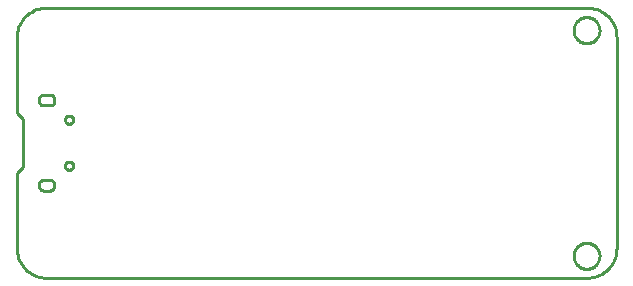
<source format=gbr>
G04 EAGLE Gerber RS-274X export*
G75*
%MOMM*%
%FSLAX34Y34*%
%LPD*%
%IN*%
%IPPOS*%
%AMOC8*
5,1,8,0,0,1.08239X$1,22.5*%
G01*
%ADD10C,0.254000*%


D10*
X0Y25400D02*
X97Y23186D01*
X386Y20989D01*
X865Y18826D01*
X1532Y16713D01*
X2380Y14666D01*
X3403Y12700D01*
X4594Y10831D01*
X5942Y9073D01*
X7440Y7440D01*
X9073Y5942D01*
X10831Y4594D01*
X12700Y3403D01*
X14666Y2380D01*
X16713Y1532D01*
X18826Y865D01*
X20989Y386D01*
X23186Y97D01*
X25400Y0D01*
X482600Y0D01*
X484814Y97D01*
X487011Y386D01*
X489174Y865D01*
X491287Y1532D01*
X493335Y2380D01*
X495300Y3403D01*
X497169Y4594D01*
X498927Y5942D01*
X500561Y7440D01*
X502058Y9073D01*
X503406Y10831D01*
X504597Y12700D01*
X505620Y14666D01*
X506468Y16713D01*
X507135Y18826D01*
X507614Y20989D01*
X507903Y23186D01*
X508000Y25400D01*
X508000Y203200D01*
X507903Y205414D01*
X507614Y207611D01*
X507135Y209774D01*
X506468Y211887D01*
X505620Y213935D01*
X504597Y215900D01*
X503406Y217769D01*
X502058Y219527D01*
X500561Y221161D01*
X498927Y222658D01*
X497169Y224006D01*
X495300Y225197D01*
X493335Y226220D01*
X491287Y227068D01*
X489174Y227735D01*
X487011Y228214D01*
X484814Y228503D01*
X482600Y228600D01*
X25400Y228600D01*
X23186Y228503D01*
X20989Y228214D01*
X18826Y227735D01*
X16713Y227068D01*
X14666Y226220D01*
X12700Y225197D01*
X10831Y224006D01*
X9073Y222658D01*
X7440Y221161D01*
X5942Y219527D01*
X4594Y217769D01*
X3403Y215900D01*
X2380Y213935D01*
X1532Y211887D01*
X865Y209774D01*
X386Y207611D01*
X97Y205414D01*
X0Y203200D01*
X0Y139700D01*
X5080Y134620D01*
X5080Y93980D01*
X0Y88900D01*
X0Y25400D01*
X18950Y78300D02*
X18922Y77949D01*
X18924Y77598D01*
X18957Y77248D01*
X19020Y76902D01*
X19113Y76563D01*
X19236Y76233D01*
X19387Y75915D01*
X19564Y75612D01*
X19768Y75325D01*
X19996Y75057D01*
X20246Y74810D01*
X20517Y74586D01*
X20806Y74386D01*
X21112Y74212D01*
X21432Y74066D01*
X21763Y73948D01*
X22103Y73859D01*
X22450Y73800D01*
X28450Y73800D01*
X28797Y73859D01*
X29137Y73948D01*
X29468Y74066D01*
X29788Y74212D01*
X30094Y74386D01*
X30383Y74586D01*
X30654Y74810D01*
X30904Y75057D01*
X31132Y75325D01*
X31336Y75612D01*
X31513Y75915D01*
X31664Y76233D01*
X31787Y76563D01*
X31880Y76902D01*
X31943Y77248D01*
X31976Y77598D01*
X31978Y77949D01*
X31950Y78300D01*
X31978Y78651D01*
X31976Y79002D01*
X31943Y79352D01*
X31880Y79698D01*
X31787Y80037D01*
X31664Y80367D01*
X31513Y80685D01*
X31336Y80988D01*
X31132Y81275D01*
X30904Y81543D01*
X30654Y81790D01*
X30383Y82014D01*
X30094Y82214D01*
X29788Y82388D01*
X29468Y82534D01*
X29137Y82652D01*
X28797Y82741D01*
X28450Y82800D01*
X22450Y82800D01*
X22103Y82741D01*
X21763Y82652D01*
X21432Y82534D01*
X21112Y82388D01*
X20806Y82214D01*
X20517Y82014D01*
X20246Y81790D01*
X19996Y81543D01*
X19768Y81275D01*
X19564Y80988D01*
X19387Y80685D01*
X19236Y80367D01*
X19113Y80037D01*
X19020Y79698D01*
X18957Y79352D01*
X18924Y79002D01*
X18922Y78651D01*
X18950Y78300D01*
X18950Y149300D02*
X18986Y148974D01*
X19050Y148653D01*
X19142Y148338D01*
X19262Y148033D01*
X19407Y147739D01*
X19577Y147459D01*
X19772Y147194D01*
X19988Y146948D01*
X20225Y146722D01*
X20481Y146517D01*
X20754Y146335D01*
X21042Y146177D01*
X21342Y146046D01*
X21652Y145941D01*
X21971Y145863D01*
X22295Y145814D01*
X22622Y145792D01*
X22950Y145800D01*
X28450Y145800D01*
X28755Y145813D01*
X29058Y145853D01*
X29356Y145919D01*
X29647Y146011D01*
X29929Y146128D01*
X30200Y146269D01*
X30458Y146433D01*
X30700Y146619D01*
X30925Y146825D01*
X31131Y147050D01*
X31317Y147292D01*
X31481Y147550D01*
X31622Y147821D01*
X31739Y148103D01*
X31831Y148394D01*
X31897Y148692D01*
X31937Y148995D01*
X31950Y149300D01*
X31950Y151300D01*
X31937Y151605D01*
X31897Y151908D01*
X31831Y152206D01*
X31739Y152497D01*
X31622Y152779D01*
X31481Y153050D01*
X31317Y153308D01*
X31131Y153550D01*
X30925Y153775D01*
X30700Y153981D01*
X30458Y154167D01*
X30200Y154331D01*
X29929Y154472D01*
X29647Y154589D01*
X29356Y154681D01*
X29058Y154747D01*
X28755Y154787D01*
X28450Y154800D01*
X22950Y154800D01*
X22622Y154808D01*
X22295Y154786D01*
X21971Y154737D01*
X21652Y154659D01*
X21342Y154554D01*
X21042Y154423D01*
X20754Y154265D01*
X20481Y154083D01*
X20225Y153878D01*
X19988Y153652D01*
X19772Y153406D01*
X19577Y153142D01*
X19407Y152861D01*
X19262Y152568D01*
X19142Y152262D01*
X19050Y151947D01*
X18986Y151626D01*
X18950Y151300D01*
X18950Y149300D01*
X493600Y17983D02*
X493532Y17121D01*
X493397Y16267D01*
X493195Y15427D01*
X492928Y14605D01*
X492597Y13806D01*
X492205Y13036D01*
X491753Y12299D01*
X491245Y11600D01*
X490684Y10942D01*
X490073Y10331D01*
X489415Y9770D01*
X488716Y9262D01*
X487979Y8810D01*
X487209Y8418D01*
X486410Y8087D01*
X485588Y7820D01*
X484748Y7618D01*
X483894Y7483D01*
X483032Y7415D01*
X482168Y7415D01*
X481306Y7483D01*
X480452Y7618D01*
X479612Y7820D01*
X478790Y8087D01*
X477991Y8418D01*
X477221Y8810D01*
X476484Y9262D01*
X475785Y9770D01*
X475127Y10331D01*
X474516Y10942D01*
X473955Y11600D01*
X473447Y12299D01*
X472995Y13036D01*
X472603Y13806D01*
X472272Y14605D01*
X472005Y15427D01*
X471803Y16267D01*
X471668Y17121D01*
X471600Y17983D01*
X471600Y18847D01*
X471668Y19709D01*
X471803Y20563D01*
X472005Y21403D01*
X472272Y22225D01*
X472603Y23024D01*
X472995Y23794D01*
X473447Y24531D01*
X473955Y25230D01*
X474516Y25888D01*
X475127Y26499D01*
X475785Y27060D01*
X476484Y27568D01*
X477221Y28020D01*
X477991Y28412D01*
X478790Y28743D01*
X479612Y29010D01*
X480452Y29212D01*
X481306Y29347D01*
X482168Y29415D01*
X483032Y29415D01*
X483894Y29347D01*
X484748Y29212D01*
X485588Y29010D01*
X486410Y28743D01*
X487209Y28412D01*
X487979Y28020D01*
X488716Y27568D01*
X489415Y27060D01*
X490073Y26499D01*
X490684Y25888D01*
X491245Y25230D01*
X491753Y24531D01*
X492205Y23794D01*
X492597Y23024D01*
X492928Y22225D01*
X493195Y21403D01*
X493397Y20563D01*
X493532Y19709D01*
X493600Y18847D01*
X493600Y17983D01*
X493600Y209118D02*
X493532Y208256D01*
X493397Y207402D01*
X493195Y206562D01*
X492928Y205740D01*
X492597Y204941D01*
X492205Y204171D01*
X491753Y203434D01*
X491245Y202735D01*
X490684Y202077D01*
X490073Y201466D01*
X489415Y200905D01*
X488716Y200397D01*
X487979Y199945D01*
X487209Y199553D01*
X486410Y199222D01*
X485588Y198955D01*
X484748Y198753D01*
X483894Y198618D01*
X483032Y198550D01*
X482168Y198550D01*
X481306Y198618D01*
X480452Y198753D01*
X479612Y198955D01*
X478790Y199222D01*
X477991Y199553D01*
X477221Y199945D01*
X476484Y200397D01*
X475785Y200905D01*
X475127Y201466D01*
X474516Y202077D01*
X473955Y202735D01*
X473447Y203434D01*
X472995Y204171D01*
X472603Y204941D01*
X472272Y205740D01*
X472005Y206562D01*
X471803Y207402D01*
X471668Y208256D01*
X471600Y209118D01*
X471600Y209982D01*
X471668Y210844D01*
X471803Y211698D01*
X472005Y212538D01*
X472272Y213360D01*
X472603Y214159D01*
X472995Y214929D01*
X473447Y215666D01*
X473955Y216365D01*
X474516Y217023D01*
X475127Y217634D01*
X475785Y218195D01*
X476484Y218703D01*
X477221Y219155D01*
X477991Y219547D01*
X478790Y219878D01*
X479612Y220145D01*
X480452Y220347D01*
X481306Y220482D01*
X482168Y220550D01*
X483032Y220550D01*
X483894Y220482D01*
X484748Y220347D01*
X485588Y220145D01*
X486410Y219878D01*
X487209Y219547D01*
X487979Y219155D01*
X488716Y218703D01*
X489415Y218195D01*
X490073Y217634D01*
X490684Y217023D01*
X491245Y216365D01*
X491753Y215666D01*
X492205Y214929D01*
X492597Y214159D01*
X492928Y213360D01*
X493195Y212538D01*
X493397Y211698D01*
X493532Y210844D01*
X493600Y209982D01*
X493600Y209118D01*
X44221Y130300D02*
X43766Y130360D01*
X43323Y130479D01*
X42899Y130654D01*
X42501Y130884D01*
X42137Y131163D01*
X41813Y131487D01*
X41534Y131851D01*
X41304Y132249D01*
X41129Y132673D01*
X41010Y133116D01*
X40950Y133571D01*
X40950Y134029D01*
X41010Y134484D01*
X41129Y134927D01*
X41304Y135351D01*
X41534Y135749D01*
X41813Y136113D01*
X42137Y136437D01*
X42501Y136716D01*
X42899Y136946D01*
X43323Y137121D01*
X43766Y137240D01*
X44221Y137300D01*
X44679Y137300D01*
X45134Y137240D01*
X45577Y137121D01*
X46001Y136946D01*
X46399Y136716D01*
X46763Y136437D01*
X47087Y136113D01*
X47366Y135749D01*
X47596Y135351D01*
X47771Y134927D01*
X47890Y134484D01*
X47950Y134029D01*
X47950Y133571D01*
X47890Y133116D01*
X47771Y132673D01*
X47596Y132249D01*
X47366Y131851D01*
X47087Y131487D01*
X46763Y131163D01*
X46399Y130884D01*
X46001Y130654D01*
X45577Y130479D01*
X45134Y130360D01*
X44679Y130300D01*
X44221Y130300D01*
X44221Y91300D02*
X43766Y91360D01*
X43323Y91479D01*
X42899Y91654D01*
X42501Y91884D01*
X42137Y92163D01*
X41813Y92487D01*
X41534Y92851D01*
X41304Y93249D01*
X41129Y93673D01*
X41010Y94116D01*
X40950Y94571D01*
X40950Y95029D01*
X41010Y95484D01*
X41129Y95927D01*
X41304Y96351D01*
X41534Y96749D01*
X41813Y97113D01*
X42137Y97437D01*
X42501Y97716D01*
X42899Y97946D01*
X43323Y98121D01*
X43766Y98240D01*
X44221Y98300D01*
X44679Y98300D01*
X45134Y98240D01*
X45577Y98121D01*
X46001Y97946D01*
X46399Y97716D01*
X46763Y97437D01*
X47087Y97113D01*
X47366Y96749D01*
X47596Y96351D01*
X47771Y95927D01*
X47890Y95484D01*
X47950Y95029D01*
X47950Y94571D01*
X47890Y94116D01*
X47771Y93673D01*
X47596Y93249D01*
X47366Y92851D01*
X47087Y92487D01*
X46763Y92163D01*
X46399Y91884D01*
X46001Y91654D01*
X45577Y91479D01*
X45134Y91360D01*
X44679Y91300D01*
X44221Y91300D01*
M02*

</source>
